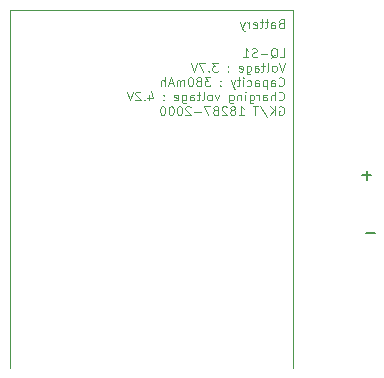
<source format=gbr>
G04 #@! TF.GenerationSoftware,KiCad,Pcbnew,(5.1.6)-1*
G04 #@! TF.CreationDate,2020-09-19T09:47:57+02:00*
G04 #@! TF.ProjectId,ArduinoProMicroUSB,41726475-696e-46f5-9072-6f4d6963726f,rev?*
G04 #@! TF.SameCoordinates,Original*
G04 #@! TF.FileFunction,Legend,Bot*
G04 #@! TF.FilePolarity,Positive*
%FSLAX46Y46*%
G04 Gerber Fmt 4.6, Leading zero omitted, Abs format (unit mm)*
G04 Created by KiCad (PCBNEW (5.1.6)-1) date 2020-09-19 09:47:57*
%MOMM*%
%LPD*%
G01*
G04 APERTURE LIST*
%ADD10C,0.150000*%
%ADD11C,0.100000*%
%ADD12C,0.120000*%
G04 APERTURE END LIST*
D10*
X189687152Y-64549328D02*
X188925247Y-64549328D01*
X189395052Y-59672528D02*
X188633147Y-59672528D01*
X189014100Y-60053480D02*
X189014100Y-59291576D01*
D11*
X181751428Y-46817428D02*
X181644285Y-46853142D01*
X181608571Y-46888857D01*
X181572857Y-46960285D01*
X181572857Y-47067428D01*
X181608571Y-47138857D01*
X181644285Y-47174571D01*
X181715714Y-47210285D01*
X182001428Y-47210285D01*
X182001428Y-46460285D01*
X181751428Y-46460285D01*
X181680000Y-46496000D01*
X181644285Y-46531714D01*
X181608571Y-46603142D01*
X181608571Y-46674571D01*
X181644285Y-46746000D01*
X181680000Y-46781714D01*
X181751428Y-46817428D01*
X182001428Y-46817428D01*
X180930000Y-47210285D02*
X180930000Y-46817428D01*
X180965714Y-46746000D01*
X181037142Y-46710285D01*
X181180000Y-46710285D01*
X181251428Y-46746000D01*
X180930000Y-47174571D02*
X181001428Y-47210285D01*
X181180000Y-47210285D01*
X181251428Y-47174571D01*
X181287142Y-47103142D01*
X181287142Y-47031714D01*
X181251428Y-46960285D01*
X181180000Y-46924571D01*
X181001428Y-46924571D01*
X180930000Y-46888857D01*
X180680000Y-46710285D02*
X180394285Y-46710285D01*
X180572857Y-46460285D02*
X180572857Y-47103142D01*
X180537142Y-47174571D01*
X180465714Y-47210285D01*
X180394285Y-47210285D01*
X180251428Y-46710285D02*
X179965714Y-46710285D01*
X180144285Y-46460285D02*
X180144285Y-47103142D01*
X180108571Y-47174571D01*
X180037142Y-47210285D01*
X179965714Y-47210285D01*
X179430000Y-47174571D02*
X179501428Y-47210285D01*
X179644285Y-47210285D01*
X179715714Y-47174571D01*
X179751428Y-47103142D01*
X179751428Y-46817428D01*
X179715714Y-46746000D01*
X179644285Y-46710285D01*
X179501428Y-46710285D01*
X179430000Y-46746000D01*
X179394285Y-46817428D01*
X179394285Y-46888857D01*
X179751428Y-46960285D01*
X179072857Y-47210285D02*
X179072857Y-46710285D01*
X179072857Y-46853142D02*
X179037142Y-46781714D01*
X179001428Y-46746000D01*
X178930000Y-46710285D01*
X178858571Y-46710285D01*
X178680000Y-46710285D02*
X178501428Y-47210285D01*
X178322857Y-46710285D02*
X178501428Y-47210285D01*
X178572857Y-47388857D01*
X178608571Y-47424571D01*
X178680000Y-47460285D01*
X181644285Y-49660285D02*
X182001428Y-49660285D01*
X182001428Y-48910285D01*
X180894285Y-49731714D02*
X180965714Y-49696000D01*
X181037142Y-49624571D01*
X181144285Y-49517428D01*
X181215714Y-49481714D01*
X181287142Y-49481714D01*
X181251428Y-49660285D02*
X181322857Y-49624571D01*
X181394285Y-49553142D01*
X181430000Y-49410285D01*
X181430000Y-49160285D01*
X181394285Y-49017428D01*
X181322857Y-48946000D01*
X181251428Y-48910285D01*
X181108571Y-48910285D01*
X181037142Y-48946000D01*
X180965714Y-49017428D01*
X180930000Y-49160285D01*
X180930000Y-49410285D01*
X180965714Y-49553142D01*
X181037142Y-49624571D01*
X181108571Y-49660285D01*
X181251428Y-49660285D01*
X180608571Y-49374571D02*
X180037142Y-49374571D01*
X179715714Y-49624571D02*
X179608571Y-49660285D01*
X179430000Y-49660285D01*
X179358571Y-49624571D01*
X179322857Y-49588857D01*
X179287142Y-49517428D01*
X179287142Y-49446000D01*
X179322857Y-49374571D01*
X179358571Y-49338857D01*
X179430000Y-49303142D01*
X179572857Y-49267428D01*
X179644285Y-49231714D01*
X179680000Y-49196000D01*
X179715714Y-49124571D01*
X179715714Y-49053142D01*
X179680000Y-48981714D01*
X179644285Y-48946000D01*
X179572857Y-48910285D01*
X179394285Y-48910285D01*
X179287142Y-48946000D01*
X178572857Y-49660285D02*
X179001428Y-49660285D01*
X178787142Y-49660285D02*
X178787142Y-48910285D01*
X178858571Y-49017428D01*
X178930000Y-49088857D01*
X179001428Y-49124571D01*
X182108571Y-50135285D02*
X181858571Y-50885285D01*
X181608571Y-50135285D01*
X181251428Y-50885285D02*
X181322857Y-50849571D01*
X181358571Y-50813857D01*
X181394285Y-50742428D01*
X181394285Y-50528142D01*
X181358571Y-50456714D01*
X181322857Y-50421000D01*
X181251428Y-50385285D01*
X181144285Y-50385285D01*
X181072857Y-50421000D01*
X181037142Y-50456714D01*
X181001428Y-50528142D01*
X181001428Y-50742428D01*
X181037142Y-50813857D01*
X181072857Y-50849571D01*
X181144285Y-50885285D01*
X181251428Y-50885285D01*
X180572857Y-50885285D02*
X180644285Y-50849571D01*
X180680000Y-50778142D01*
X180680000Y-50135285D01*
X180394285Y-50385285D02*
X180108571Y-50385285D01*
X180287142Y-50135285D02*
X180287142Y-50778142D01*
X180251428Y-50849571D01*
X180180000Y-50885285D01*
X180108571Y-50885285D01*
X179537142Y-50885285D02*
X179537142Y-50492428D01*
X179572857Y-50421000D01*
X179644285Y-50385285D01*
X179787142Y-50385285D01*
X179858571Y-50421000D01*
X179537142Y-50849571D02*
X179608571Y-50885285D01*
X179787142Y-50885285D01*
X179858571Y-50849571D01*
X179894285Y-50778142D01*
X179894285Y-50706714D01*
X179858571Y-50635285D01*
X179787142Y-50599571D01*
X179608571Y-50599571D01*
X179537142Y-50563857D01*
X178858571Y-50385285D02*
X178858571Y-50992428D01*
X178894285Y-51063857D01*
X178930000Y-51099571D01*
X179001428Y-51135285D01*
X179108571Y-51135285D01*
X179180000Y-51099571D01*
X178858571Y-50849571D02*
X178930000Y-50885285D01*
X179072857Y-50885285D01*
X179144285Y-50849571D01*
X179180000Y-50813857D01*
X179215714Y-50742428D01*
X179215714Y-50528142D01*
X179180000Y-50456714D01*
X179144285Y-50421000D01*
X179072857Y-50385285D01*
X178930000Y-50385285D01*
X178858571Y-50421000D01*
X178215714Y-50849571D02*
X178287142Y-50885285D01*
X178430000Y-50885285D01*
X178501428Y-50849571D01*
X178537142Y-50778142D01*
X178537142Y-50492428D01*
X178501428Y-50421000D01*
X178430000Y-50385285D01*
X178287142Y-50385285D01*
X178215714Y-50421000D01*
X178180000Y-50492428D01*
X178180000Y-50563857D01*
X178537142Y-50635285D01*
X177287142Y-50813857D02*
X177251428Y-50849571D01*
X177287142Y-50885285D01*
X177322857Y-50849571D01*
X177287142Y-50813857D01*
X177287142Y-50885285D01*
X177287142Y-50421000D02*
X177251428Y-50456714D01*
X177287142Y-50492428D01*
X177322857Y-50456714D01*
X177287142Y-50421000D01*
X177287142Y-50492428D01*
X176430000Y-50135285D02*
X175965714Y-50135285D01*
X176215714Y-50421000D01*
X176108571Y-50421000D01*
X176037142Y-50456714D01*
X176001428Y-50492428D01*
X175965714Y-50563857D01*
X175965714Y-50742428D01*
X176001428Y-50813857D01*
X176037142Y-50849571D01*
X176108571Y-50885285D01*
X176322857Y-50885285D01*
X176394285Y-50849571D01*
X176430000Y-50813857D01*
X175644285Y-50813857D02*
X175608571Y-50849571D01*
X175644285Y-50885285D01*
X175680000Y-50849571D01*
X175644285Y-50813857D01*
X175644285Y-50885285D01*
X175358571Y-50135285D02*
X174858571Y-50135285D01*
X175180000Y-50885285D01*
X174680000Y-50135285D02*
X174430000Y-50885285D01*
X174180000Y-50135285D01*
X181572857Y-52038857D02*
X181608571Y-52074571D01*
X181715714Y-52110285D01*
X181787142Y-52110285D01*
X181894285Y-52074571D01*
X181965714Y-52003142D01*
X182001428Y-51931714D01*
X182037142Y-51788857D01*
X182037142Y-51681714D01*
X182001428Y-51538857D01*
X181965714Y-51467428D01*
X181894285Y-51396000D01*
X181787142Y-51360285D01*
X181715714Y-51360285D01*
X181608571Y-51396000D01*
X181572857Y-51431714D01*
X180930000Y-52110285D02*
X180930000Y-51717428D01*
X180965714Y-51646000D01*
X181037142Y-51610285D01*
X181180000Y-51610285D01*
X181251428Y-51646000D01*
X180930000Y-52074571D02*
X181001428Y-52110285D01*
X181180000Y-52110285D01*
X181251428Y-52074571D01*
X181287142Y-52003142D01*
X181287142Y-51931714D01*
X181251428Y-51860285D01*
X181180000Y-51824571D01*
X181001428Y-51824571D01*
X180930000Y-51788857D01*
X180572857Y-51610285D02*
X180572857Y-52360285D01*
X180572857Y-51646000D02*
X180501428Y-51610285D01*
X180358571Y-51610285D01*
X180287142Y-51646000D01*
X180251428Y-51681714D01*
X180215714Y-51753142D01*
X180215714Y-51967428D01*
X180251428Y-52038857D01*
X180287142Y-52074571D01*
X180358571Y-52110285D01*
X180501428Y-52110285D01*
X180572857Y-52074571D01*
X179572857Y-52110285D02*
X179572857Y-51717428D01*
X179608571Y-51646000D01*
X179680000Y-51610285D01*
X179822857Y-51610285D01*
X179894285Y-51646000D01*
X179572857Y-52074571D02*
X179644285Y-52110285D01*
X179822857Y-52110285D01*
X179894285Y-52074571D01*
X179930000Y-52003142D01*
X179930000Y-51931714D01*
X179894285Y-51860285D01*
X179822857Y-51824571D01*
X179644285Y-51824571D01*
X179572857Y-51788857D01*
X178894285Y-52074571D02*
X178965714Y-52110285D01*
X179108571Y-52110285D01*
X179180000Y-52074571D01*
X179215714Y-52038857D01*
X179251428Y-51967428D01*
X179251428Y-51753142D01*
X179215714Y-51681714D01*
X179180000Y-51646000D01*
X179108571Y-51610285D01*
X178965714Y-51610285D01*
X178894285Y-51646000D01*
X178572857Y-52110285D02*
X178572857Y-51610285D01*
X178572857Y-51360285D02*
X178608571Y-51396000D01*
X178572857Y-51431714D01*
X178537142Y-51396000D01*
X178572857Y-51360285D01*
X178572857Y-51431714D01*
X178322857Y-51610285D02*
X178037142Y-51610285D01*
X178215714Y-51360285D02*
X178215714Y-52003142D01*
X178180000Y-52074571D01*
X178108571Y-52110285D01*
X178037142Y-52110285D01*
X177858571Y-51610285D02*
X177680000Y-52110285D01*
X177501428Y-51610285D02*
X177680000Y-52110285D01*
X177751428Y-52288857D01*
X177787142Y-52324571D01*
X177858571Y-52360285D01*
X176644285Y-52038857D02*
X176608571Y-52074571D01*
X176644285Y-52110285D01*
X176680000Y-52074571D01*
X176644285Y-52038857D01*
X176644285Y-52110285D01*
X176644285Y-51646000D02*
X176608571Y-51681714D01*
X176644285Y-51717428D01*
X176680000Y-51681714D01*
X176644285Y-51646000D01*
X176644285Y-51717428D01*
X175787142Y-51360285D02*
X175322857Y-51360285D01*
X175572857Y-51646000D01*
X175465714Y-51646000D01*
X175394285Y-51681714D01*
X175358571Y-51717428D01*
X175322857Y-51788857D01*
X175322857Y-51967428D01*
X175358571Y-52038857D01*
X175394285Y-52074571D01*
X175465714Y-52110285D01*
X175680000Y-52110285D01*
X175751428Y-52074571D01*
X175787142Y-52038857D01*
X174894285Y-51681714D02*
X174965714Y-51646000D01*
X175001428Y-51610285D01*
X175037142Y-51538857D01*
X175037142Y-51503142D01*
X175001428Y-51431714D01*
X174965714Y-51396000D01*
X174894285Y-51360285D01*
X174751428Y-51360285D01*
X174680000Y-51396000D01*
X174644285Y-51431714D01*
X174608571Y-51503142D01*
X174608571Y-51538857D01*
X174644285Y-51610285D01*
X174680000Y-51646000D01*
X174751428Y-51681714D01*
X174894285Y-51681714D01*
X174965714Y-51717428D01*
X175001428Y-51753142D01*
X175037142Y-51824571D01*
X175037142Y-51967428D01*
X175001428Y-52038857D01*
X174965714Y-52074571D01*
X174894285Y-52110285D01*
X174751428Y-52110285D01*
X174680000Y-52074571D01*
X174644285Y-52038857D01*
X174608571Y-51967428D01*
X174608571Y-51824571D01*
X174644285Y-51753142D01*
X174680000Y-51717428D01*
X174751428Y-51681714D01*
X174144285Y-51360285D02*
X174072857Y-51360285D01*
X174001428Y-51396000D01*
X173965714Y-51431714D01*
X173930000Y-51503142D01*
X173894285Y-51646000D01*
X173894285Y-51824571D01*
X173930000Y-51967428D01*
X173965714Y-52038857D01*
X174001428Y-52074571D01*
X174072857Y-52110285D01*
X174144285Y-52110285D01*
X174215714Y-52074571D01*
X174251428Y-52038857D01*
X174287142Y-51967428D01*
X174322857Y-51824571D01*
X174322857Y-51646000D01*
X174287142Y-51503142D01*
X174251428Y-51431714D01*
X174215714Y-51396000D01*
X174144285Y-51360285D01*
X173572857Y-52110285D02*
X173572857Y-51610285D01*
X173572857Y-51681714D02*
X173537142Y-51646000D01*
X173465714Y-51610285D01*
X173358571Y-51610285D01*
X173287142Y-51646000D01*
X173251428Y-51717428D01*
X173251428Y-52110285D01*
X173251428Y-51717428D02*
X173215714Y-51646000D01*
X173144285Y-51610285D01*
X173037142Y-51610285D01*
X172965714Y-51646000D01*
X172930000Y-51717428D01*
X172930000Y-52110285D01*
X172608571Y-51896000D02*
X172251428Y-51896000D01*
X172680000Y-52110285D02*
X172430000Y-51360285D01*
X172180000Y-52110285D01*
X171930000Y-52110285D02*
X171930000Y-51360285D01*
X171608571Y-52110285D02*
X171608571Y-51717428D01*
X171644285Y-51646000D01*
X171715714Y-51610285D01*
X171822857Y-51610285D01*
X171894285Y-51646000D01*
X171930000Y-51681714D01*
X181572857Y-53263857D02*
X181608571Y-53299571D01*
X181715714Y-53335285D01*
X181787142Y-53335285D01*
X181894285Y-53299571D01*
X181965714Y-53228142D01*
X182001428Y-53156714D01*
X182037142Y-53013857D01*
X182037142Y-52906714D01*
X182001428Y-52763857D01*
X181965714Y-52692428D01*
X181894285Y-52621000D01*
X181787142Y-52585285D01*
X181715714Y-52585285D01*
X181608571Y-52621000D01*
X181572857Y-52656714D01*
X181251428Y-53335285D02*
X181251428Y-52585285D01*
X180930000Y-53335285D02*
X180930000Y-52942428D01*
X180965714Y-52871000D01*
X181037142Y-52835285D01*
X181144285Y-52835285D01*
X181215714Y-52871000D01*
X181251428Y-52906714D01*
X180251428Y-53335285D02*
X180251428Y-52942428D01*
X180287142Y-52871000D01*
X180358571Y-52835285D01*
X180501428Y-52835285D01*
X180572857Y-52871000D01*
X180251428Y-53299571D02*
X180322857Y-53335285D01*
X180501428Y-53335285D01*
X180572857Y-53299571D01*
X180608571Y-53228142D01*
X180608571Y-53156714D01*
X180572857Y-53085285D01*
X180501428Y-53049571D01*
X180322857Y-53049571D01*
X180251428Y-53013857D01*
X179894285Y-53335285D02*
X179894285Y-52835285D01*
X179894285Y-52978142D02*
X179858571Y-52906714D01*
X179822857Y-52871000D01*
X179751428Y-52835285D01*
X179680000Y-52835285D01*
X179108571Y-52835285D02*
X179108571Y-53442428D01*
X179144285Y-53513857D01*
X179180000Y-53549571D01*
X179251428Y-53585285D01*
X179358571Y-53585285D01*
X179430000Y-53549571D01*
X179108571Y-53299571D02*
X179180000Y-53335285D01*
X179322857Y-53335285D01*
X179394285Y-53299571D01*
X179430000Y-53263857D01*
X179465714Y-53192428D01*
X179465714Y-52978142D01*
X179430000Y-52906714D01*
X179394285Y-52871000D01*
X179322857Y-52835285D01*
X179180000Y-52835285D01*
X179108571Y-52871000D01*
X178751428Y-53335285D02*
X178751428Y-52835285D01*
X178751428Y-52585285D02*
X178787142Y-52621000D01*
X178751428Y-52656714D01*
X178715714Y-52621000D01*
X178751428Y-52585285D01*
X178751428Y-52656714D01*
X178394285Y-52835285D02*
X178394285Y-53335285D01*
X178394285Y-52906714D02*
X178358571Y-52871000D01*
X178287142Y-52835285D01*
X178180000Y-52835285D01*
X178108571Y-52871000D01*
X178072857Y-52942428D01*
X178072857Y-53335285D01*
X177394285Y-52835285D02*
X177394285Y-53442428D01*
X177430000Y-53513857D01*
X177465714Y-53549571D01*
X177537142Y-53585285D01*
X177644285Y-53585285D01*
X177715714Y-53549571D01*
X177394285Y-53299571D02*
X177465714Y-53335285D01*
X177608571Y-53335285D01*
X177680000Y-53299571D01*
X177715714Y-53263857D01*
X177751428Y-53192428D01*
X177751428Y-52978142D01*
X177715714Y-52906714D01*
X177680000Y-52871000D01*
X177608571Y-52835285D01*
X177465714Y-52835285D01*
X177394285Y-52871000D01*
X176537142Y-52835285D02*
X176358571Y-53335285D01*
X176180000Y-52835285D01*
X175787142Y-53335285D02*
X175858571Y-53299571D01*
X175894285Y-53263857D01*
X175930000Y-53192428D01*
X175930000Y-52978142D01*
X175894285Y-52906714D01*
X175858571Y-52871000D01*
X175787142Y-52835285D01*
X175680000Y-52835285D01*
X175608571Y-52871000D01*
X175572857Y-52906714D01*
X175537142Y-52978142D01*
X175537142Y-53192428D01*
X175572857Y-53263857D01*
X175608571Y-53299571D01*
X175680000Y-53335285D01*
X175787142Y-53335285D01*
X175108571Y-53335285D02*
X175180000Y-53299571D01*
X175215714Y-53228142D01*
X175215714Y-52585285D01*
X174930000Y-52835285D02*
X174644285Y-52835285D01*
X174822857Y-52585285D02*
X174822857Y-53228142D01*
X174787142Y-53299571D01*
X174715714Y-53335285D01*
X174644285Y-53335285D01*
X174072857Y-53335285D02*
X174072857Y-52942428D01*
X174108571Y-52871000D01*
X174180000Y-52835285D01*
X174322857Y-52835285D01*
X174394285Y-52871000D01*
X174072857Y-53299571D02*
X174144285Y-53335285D01*
X174322857Y-53335285D01*
X174394285Y-53299571D01*
X174430000Y-53228142D01*
X174430000Y-53156714D01*
X174394285Y-53085285D01*
X174322857Y-53049571D01*
X174144285Y-53049571D01*
X174072857Y-53013857D01*
X173394285Y-52835285D02*
X173394285Y-53442428D01*
X173430000Y-53513857D01*
X173465714Y-53549571D01*
X173537142Y-53585285D01*
X173644285Y-53585285D01*
X173715714Y-53549571D01*
X173394285Y-53299571D02*
X173465714Y-53335285D01*
X173608571Y-53335285D01*
X173680000Y-53299571D01*
X173715714Y-53263857D01*
X173751428Y-53192428D01*
X173751428Y-52978142D01*
X173715714Y-52906714D01*
X173680000Y-52871000D01*
X173608571Y-52835285D01*
X173465714Y-52835285D01*
X173394285Y-52871000D01*
X172751428Y-53299571D02*
X172822857Y-53335285D01*
X172965714Y-53335285D01*
X173037142Y-53299571D01*
X173072857Y-53228142D01*
X173072857Y-52942428D01*
X173037142Y-52871000D01*
X172965714Y-52835285D01*
X172822857Y-52835285D01*
X172751428Y-52871000D01*
X172715714Y-52942428D01*
X172715714Y-53013857D01*
X173072857Y-53085285D01*
X171822857Y-53263857D02*
X171787142Y-53299571D01*
X171822857Y-53335285D01*
X171858571Y-53299571D01*
X171822857Y-53263857D01*
X171822857Y-53335285D01*
X171822857Y-52871000D02*
X171787142Y-52906714D01*
X171822857Y-52942428D01*
X171858571Y-52906714D01*
X171822857Y-52871000D01*
X171822857Y-52942428D01*
X170572857Y-52835285D02*
X170572857Y-53335285D01*
X170751428Y-52549571D02*
X170930000Y-53085285D01*
X170465714Y-53085285D01*
X170180000Y-53263857D02*
X170144285Y-53299571D01*
X170180000Y-53335285D01*
X170215714Y-53299571D01*
X170180000Y-53263857D01*
X170180000Y-53335285D01*
X169858571Y-52656714D02*
X169822857Y-52621000D01*
X169751428Y-52585285D01*
X169572857Y-52585285D01*
X169501428Y-52621000D01*
X169465714Y-52656714D01*
X169430000Y-52728142D01*
X169430000Y-52799571D01*
X169465714Y-52906714D01*
X169894285Y-53335285D01*
X169430000Y-53335285D01*
X169215714Y-52585285D02*
X168965714Y-53335285D01*
X168715714Y-52585285D01*
X181608571Y-53846000D02*
X181680000Y-53810285D01*
X181787142Y-53810285D01*
X181894285Y-53846000D01*
X181965714Y-53917428D01*
X182001428Y-53988857D01*
X182037142Y-54131714D01*
X182037142Y-54238857D01*
X182001428Y-54381714D01*
X181965714Y-54453142D01*
X181894285Y-54524571D01*
X181787142Y-54560285D01*
X181715714Y-54560285D01*
X181608571Y-54524571D01*
X181572857Y-54488857D01*
X181572857Y-54238857D01*
X181715714Y-54238857D01*
X181251428Y-54560285D02*
X181251428Y-53810285D01*
X180822857Y-54560285D02*
X181144285Y-54131714D01*
X180822857Y-53810285D02*
X181251428Y-54238857D01*
X179965714Y-53774571D02*
X180608571Y-54738857D01*
X179822857Y-53810285D02*
X179394285Y-53810285D01*
X179608571Y-54560285D02*
X179608571Y-53810285D01*
X178180000Y-54560285D02*
X178608571Y-54560285D01*
X178394285Y-54560285D02*
X178394285Y-53810285D01*
X178465714Y-53917428D01*
X178537142Y-53988857D01*
X178608571Y-54024571D01*
X177751428Y-54131714D02*
X177822857Y-54096000D01*
X177858571Y-54060285D01*
X177894285Y-53988857D01*
X177894285Y-53953142D01*
X177858571Y-53881714D01*
X177822857Y-53846000D01*
X177751428Y-53810285D01*
X177608571Y-53810285D01*
X177537142Y-53846000D01*
X177501428Y-53881714D01*
X177465714Y-53953142D01*
X177465714Y-53988857D01*
X177501428Y-54060285D01*
X177537142Y-54096000D01*
X177608571Y-54131714D01*
X177751428Y-54131714D01*
X177822857Y-54167428D01*
X177858571Y-54203142D01*
X177894285Y-54274571D01*
X177894285Y-54417428D01*
X177858571Y-54488857D01*
X177822857Y-54524571D01*
X177751428Y-54560285D01*
X177608571Y-54560285D01*
X177537142Y-54524571D01*
X177501428Y-54488857D01*
X177465714Y-54417428D01*
X177465714Y-54274571D01*
X177501428Y-54203142D01*
X177537142Y-54167428D01*
X177608571Y-54131714D01*
X177180000Y-53881714D02*
X177144285Y-53846000D01*
X177072857Y-53810285D01*
X176894285Y-53810285D01*
X176822857Y-53846000D01*
X176787142Y-53881714D01*
X176751428Y-53953142D01*
X176751428Y-54024571D01*
X176787142Y-54131714D01*
X177215714Y-54560285D01*
X176751428Y-54560285D01*
X176322857Y-54131714D02*
X176394285Y-54096000D01*
X176430000Y-54060285D01*
X176465714Y-53988857D01*
X176465714Y-53953142D01*
X176430000Y-53881714D01*
X176394285Y-53846000D01*
X176322857Y-53810285D01*
X176180000Y-53810285D01*
X176108571Y-53846000D01*
X176072857Y-53881714D01*
X176037142Y-53953142D01*
X176037142Y-53988857D01*
X176072857Y-54060285D01*
X176108571Y-54096000D01*
X176180000Y-54131714D01*
X176322857Y-54131714D01*
X176394285Y-54167428D01*
X176430000Y-54203142D01*
X176465714Y-54274571D01*
X176465714Y-54417428D01*
X176430000Y-54488857D01*
X176394285Y-54524571D01*
X176322857Y-54560285D01*
X176180000Y-54560285D01*
X176108571Y-54524571D01*
X176072857Y-54488857D01*
X176037142Y-54417428D01*
X176037142Y-54274571D01*
X176072857Y-54203142D01*
X176108571Y-54167428D01*
X176180000Y-54131714D01*
X175787142Y-53810285D02*
X175287142Y-53810285D01*
X175608571Y-54560285D01*
X175001428Y-54274571D02*
X174430000Y-54274571D01*
X174108571Y-53881714D02*
X174072857Y-53846000D01*
X174001428Y-53810285D01*
X173822857Y-53810285D01*
X173751428Y-53846000D01*
X173715714Y-53881714D01*
X173680000Y-53953142D01*
X173680000Y-54024571D01*
X173715714Y-54131714D01*
X174144285Y-54560285D01*
X173680000Y-54560285D01*
X173215714Y-53810285D02*
X173144285Y-53810285D01*
X173072857Y-53846000D01*
X173037142Y-53881714D01*
X173001428Y-53953142D01*
X172965714Y-54096000D01*
X172965714Y-54274571D01*
X173001428Y-54417428D01*
X173037142Y-54488857D01*
X173072857Y-54524571D01*
X173144285Y-54560285D01*
X173215714Y-54560285D01*
X173287142Y-54524571D01*
X173322857Y-54488857D01*
X173358571Y-54417428D01*
X173394285Y-54274571D01*
X173394285Y-54096000D01*
X173358571Y-53953142D01*
X173322857Y-53881714D01*
X173287142Y-53846000D01*
X173215714Y-53810285D01*
X172501428Y-53810285D02*
X172430000Y-53810285D01*
X172358571Y-53846000D01*
X172322857Y-53881714D01*
X172287142Y-53953142D01*
X172251428Y-54096000D01*
X172251428Y-54274571D01*
X172287142Y-54417428D01*
X172322857Y-54488857D01*
X172358571Y-54524571D01*
X172430000Y-54560285D01*
X172501428Y-54560285D01*
X172572857Y-54524571D01*
X172608571Y-54488857D01*
X172644285Y-54417428D01*
X172680000Y-54274571D01*
X172680000Y-54096000D01*
X172644285Y-53953142D01*
X172608571Y-53881714D01*
X172572857Y-53846000D01*
X172501428Y-53810285D01*
X171787142Y-53810285D02*
X171715714Y-53810285D01*
X171644285Y-53846000D01*
X171608571Y-53881714D01*
X171572857Y-53953142D01*
X171537142Y-54096000D01*
X171537142Y-54274571D01*
X171572857Y-54417428D01*
X171608571Y-54488857D01*
X171644285Y-54524571D01*
X171715714Y-54560285D01*
X171787142Y-54560285D01*
X171858571Y-54524571D01*
X171894285Y-54488857D01*
X171930000Y-54417428D01*
X171965714Y-54274571D01*
X171965714Y-54096000D01*
X171930000Y-53953142D01*
X171894285Y-53881714D01*
X171858571Y-53846000D01*
X171787142Y-53810285D01*
D12*
X158813500Y-45656500D02*
X158813500Y-76009500D01*
X182816500Y-45656500D02*
X158813500Y-45656500D01*
X182816500Y-76009500D02*
X182816500Y-45656500D01*
M02*

</source>
